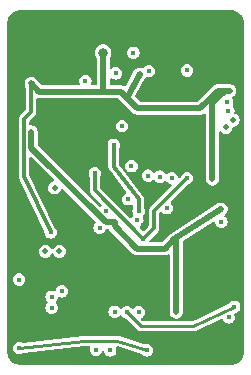
<source format=gbr>
%TF.GenerationSoftware,KiCad,Pcbnew,8.0.0*%
%TF.CreationDate,2024-03-06T14:13:33+03:00*%
%TF.ProjectId,micro17,6d696372-6f31-4372-9e6b-696361645f70,rev?*%
%TF.SameCoordinates,Original*%
%TF.FileFunction,Copper,L2,Inr*%
%TF.FilePolarity,Positive*%
%FSLAX46Y46*%
G04 Gerber Fmt 4.6, Leading zero omitted, Abs format (unit mm)*
G04 Created by KiCad (PCBNEW 8.0.0) date 2024-03-06 14:13:33*
%MOMM*%
%LPD*%
G01*
G04 APERTURE LIST*
%TA.AperFunction,ViaPad*%
%ADD10C,0.500000*%
%TD*%
%TA.AperFunction,ViaPad*%
%ADD11C,0.450000*%
%TD*%
%TA.AperFunction,ViaPad*%
%ADD12C,0.800000*%
%TD*%
%TA.AperFunction,Conductor*%
%ADD13C,0.500000*%
%TD*%
%TA.AperFunction,Conductor*%
%ADD14C,0.300000*%
%TD*%
%TA.AperFunction,Conductor*%
%ADD15C,0.250000*%
%TD*%
G04 APERTURE END LIST*
D10*
%TO.N,GND*%
X185000000Y-51000000D03*
X185000000Y-53000000D03*
D11*
X182400000Y-79720108D03*
D10*
X180600000Y-61000000D03*
D11*
X188500000Y-57700000D03*
D10*
X199400000Y-52072500D03*
X181000000Y-51000000D03*
D11*
X192000000Y-57500000D03*
X197300000Y-72000000D03*
D10*
X180600000Y-63000000D03*
D11*
X194000000Y-61500000D03*
D10*
X181000000Y-55000000D03*
D11*
X186500000Y-79300000D03*
D10*
X180750000Y-70000000D03*
D11*
X199700000Y-58800000D03*
X199750000Y-68000000D03*
X192000000Y-59500000D03*
D10*
X199100000Y-79100000D03*
D11*
X191000000Y-71900000D03*
D10*
X185500000Y-55000000D03*
D11*
X182800000Y-65200000D03*
X199500000Y-66300000D03*
X194000000Y-57300000D03*
D10*
X188600000Y-69400000D03*
X181000000Y-74400000D03*
X180600000Y-59000000D03*
D11*
X197800000Y-78400000D03*
D10*
X180700000Y-68500000D03*
D12*
X184900000Y-60700000D03*
D11*
X196200000Y-78800000D03*
X189750000Y-79750000D03*
X189100000Y-64500000D03*
X186100000Y-68400000D03*
X182960000Y-60300000D03*
X187250000Y-79750000D03*
X196000000Y-59500000D03*
X185600000Y-59500000D03*
X196000000Y-61500000D03*
D10*
X198280000Y-53600000D03*
D11*
X190300000Y-55300000D03*
X191507567Y-68206053D03*
D10*
X197800000Y-65900000D03*
D11*
X192000000Y-61500000D03*
D10*
X183960000Y-61000000D03*
D11*
X199500000Y-76250000D03*
X198800000Y-54600000D03*
D10*
X182400000Y-76000000D03*
X183000000Y-73000000D03*
D11*
X199500000Y-65300000D03*
D10*
X181000000Y-53000000D03*
X182400000Y-70400000D03*
X183000000Y-53000000D03*
D11*
X193250000Y-79500000D03*
D10*
X180600000Y-57000000D03*
X197100000Y-72900000D03*
D11*
X194800000Y-65900000D03*
D10*
X183000000Y-51000000D03*
X180600000Y-65000000D03*
X186500000Y-55000000D03*
D11*
X196250000Y-75750000D03*
%TO.N,+3V3*%
X191200000Y-55400000D03*
X198820000Y-56800000D03*
D10*
X182000000Y-56200000D03*
X197350000Y-64290000D03*
D11*
X183650000Y-68800000D03*
D12*
X188100000Y-53600000D03*
D11*
X183750000Y-74250000D03*
%TO.N,VDDA*%
X195200000Y-64200000D03*
X187400000Y-63800000D03*
X191475000Y-69397760D03*
%TO.N,+5V*%
X198100000Y-66850000D03*
X189067678Y-67967678D03*
X194300000Y-75550000D03*
D10*
X182000000Y-60300000D03*
D11*
%TO.N,Net-(U4B-+)*%
X191000000Y-67800000D03*
X188301409Y-66976409D03*
%TO.N,/MCU/~{RST}*%
X190660000Y-53600000D03*
X189700000Y-59800000D03*
%TO.N,Net-(C16-Pad2)*%
X190200000Y-66000000D03*
X187800000Y-68400000D03*
%TO.N,Net-(U5A-P0A)*%
X183740793Y-75177619D03*
X193501316Y-66750000D03*
%TO.N,Net-(U5B-P1A)*%
X180975000Y-72800000D03*
X198100000Y-67900000D03*
%TO.N,Net-(U5C-P2W)*%
X187500000Y-78725002D03*
X198750000Y-76000000D03*
%TO.N,I2C_SDA*%
X191974992Y-55147670D03*
D10*
X183200000Y-70400000D03*
D11*
%TO.N,PTT_OUT*%
X191900000Y-64000000D03*
%TO.N,AUDIO_OUT_MUTE*%
X189079841Y-75520159D03*
X193900000Y-64200000D03*
%TO.N,BASEBAND_IN_FILT*%
X189000000Y-61400000D03*
X191100000Y-67000000D03*
%TO.N,BASEBAND_OUT*%
X190500000Y-63200000D03*
X184600000Y-73800000D03*
%TO.N,I2C_SCL*%
X195200000Y-55100000D03*
D10*
X184400000Y-70400000D03*
D11*
%TO.N,AUDIO_OUT_FILT*%
X181000000Y-78597151D03*
X191800000Y-78800000D03*
%TO.N,BASEBAND_IN*%
X188700000Y-78800000D03*
%TO.N,BASEBAND_OUT_FILT*%
X191099724Y-75575719D03*
%TO.N,AUDIO_IN*%
X199200000Y-75100000D03*
X190101511Y-75575826D03*
%TO.N,PTT_IN*%
X186600000Y-56000000D03*
D10*
%TO.N,MCU_TX*%
X198500000Y-59900000D03*
%TO.N,MCU_RX*%
X199100000Y-59300000D03*
D11*
%TO.N,BASEBAND_BYPASS*%
X192906587Y-64093413D03*
D10*
%TO.N,+5VD*%
X184000000Y-65037501D03*
D11*
%TO.N,Net-(U1-VBAT)*%
X189150000Y-55350000D03*
%TO.N,USB_DP*%
X198600000Y-57800000D03*
%TO.N,USB_DN*%
X198700000Y-58500000D03*
%TD*%
D13*
%TO.N,+3V3*%
X197350000Y-57850000D02*
X197350000Y-64290000D01*
X190100000Y-57400000D02*
X191200000Y-55400000D01*
X197800000Y-56800000D02*
X196300000Y-58300000D01*
D14*
X181400000Y-59200000D02*
X182000000Y-58600000D01*
D13*
X189600000Y-56900000D02*
X190100000Y-57400000D01*
X198400000Y-56800000D02*
X197350000Y-57850000D01*
X187900000Y-56900000D02*
X188100000Y-56700000D01*
X182700000Y-56900000D02*
X187900000Y-56900000D01*
X191000000Y-58300000D02*
X190100000Y-57400000D01*
X196300000Y-58300000D02*
X191000000Y-58300000D01*
X198820000Y-56800000D02*
X198400000Y-56800000D01*
X187900000Y-56900000D02*
X189600000Y-56900000D01*
X188100000Y-56700000D02*
X188100000Y-53600000D01*
D14*
X183650000Y-68800000D02*
X181400000Y-64000000D01*
D13*
X198820000Y-56800000D02*
X197800000Y-56800000D01*
X182000000Y-56200000D02*
X182700000Y-56900000D01*
D14*
X181400000Y-64000000D02*
X181400000Y-59200000D01*
X182000000Y-58600000D02*
X182000000Y-56200000D01*
%TO.N,VDDA*%
X191475000Y-69397760D02*
X191475000Y-69326472D01*
X192400000Y-67000000D02*
X195200000Y-64200000D01*
X187400000Y-65251472D02*
X187400000Y-63800000D01*
X191475000Y-69326472D02*
X187400000Y-65251472D01*
X191475000Y-69397760D02*
X192400000Y-68472760D01*
X192400000Y-68472760D02*
X192400000Y-67000000D01*
D13*
%TO.N,+5V*%
X189067678Y-67967678D02*
X188338083Y-67967678D01*
X189067678Y-67967678D02*
X189067678Y-68267678D01*
X194300000Y-75550000D02*
X194300000Y-69528248D01*
X188338083Y-67967678D02*
X182000000Y-61629595D01*
X193300000Y-70200000D02*
X194100000Y-69400000D01*
X194171752Y-69400000D02*
X194100000Y-69400000D01*
X198100000Y-66850000D02*
X194100000Y-69400000D01*
X189067678Y-68267678D02*
X191000000Y-70200000D01*
X191000000Y-70200000D02*
X193300000Y-70200000D01*
X194300000Y-69528248D02*
X194171752Y-69400000D01*
X182000000Y-61629595D02*
X182000000Y-60300000D01*
D14*
%TO.N,BASEBAND_IN_FILT*%
X191100000Y-66000000D02*
X191100000Y-67000000D01*
X189000000Y-61400000D02*
X189000000Y-63250000D01*
X189000000Y-63250000D02*
X191100000Y-66000000D01*
D15*
%TO.N,AUDIO_OUT_FILT*%
X189300000Y-78000000D02*
X186500000Y-78000000D01*
X191800000Y-78800000D02*
X189300000Y-78000000D01*
X186500000Y-78000000D02*
X181000000Y-78597151D01*
%TO.N,AUDIO_IN*%
X195750000Y-76750000D02*
X199200000Y-75100000D01*
X190101511Y-75575826D02*
X191275685Y-76750000D01*
X191275685Y-76750000D02*
X195750000Y-76750000D01*
%TD*%
%TA.AperFunction,Conductor*%
%TO.N,GND*%
G36*
X198975829Y-50000002D02*
G01*
X198976531Y-50000006D01*
X198999418Y-50000146D01*
X199000525Y-50000159D01*
X199024479Y-50000599D01*
X199024500Y-50000600D01*
X199046812Y-50001147D01*
X199051434Y-50001359D01*
X199093355Y-50004191D01*
X199102646Y-50005222D01*
X199144141Y-50011636D01*
X199148714Y-50012444D01*
X199192022Y-50021059D01*
X199197191Y-50022219D01*
X199284397Y-50044063D01*
X199294633Y-50047168D01*
X199376725Y-50076542D01*
X199386585Y-50080626D01*
X199465425Y-50117914D01*
X199474850Y-50122953D01*
X199549641Y-50167781D01*
X199558535Y-50173723D01*
X199628569Y-50225663D01*
X199636825Y-50232439D01*
X199701453Y-50291014D01*
X199708985Y-50298546D01*
X199767558Y-50363171D01*
X199774336Y-50371430D01*
X199826276Y-50441463D01*
X199832217Y-50450355D01*
X199877050Y-50525154D01*
X199882086Y-50534575D01*
X199919370Y-50613407D01*
X199923463Y-50623289D01*
X199952830Y-50705365D01*
X199955936Y-50715602D01*
X199977777Y-50802798D01*
X199978949Y-50808017D01*
X199987549Y-50851252D01*
X199988363Y-50855863D01*
X199994776Y-50897343D01*
X199995808Y-50906648D01*
X199998639Y-50948543D01*
X199998854Y-50953226D01*
X199999388Y-50975054D01*
X199999403Y-50975715D01*
X199999838Y-50999361D01*
X199999854Y-51000697D01*
X199999998Y-51024166D01*
X200000000Y-51024835D01*
X200000000Y-78975164D01*
X199999998Y-78975833D01*
X199999854Y-78999302D01*
X199999838Y-79000638D01*
X199999403Y-79024284D01*
X199999388Y-79024945D01*
X199998854Y-79046773D01*
X199998639Y-79051456D01*
X199995808Y-79093351D01*
X199994776Y-79102656D01*
X199988363Y-79144136D01*
X199987549Y-79148747D01*
X199978949Y-79191982D01*
X199977777Y-79197201D01*
X199955936Y-79284397D01*
X199952830Y-79294634D01*
X199923463Y-79376710D01*
X199919370Y-79386593D01*
X199882089Y-79465417D01*
X199877046Y-79474850D01*
X199832218Y-79549641D01*
X199826276Y-79558535D01*
X199774336Y-79628569D01*
X199767550Y-79636838D01*
X199709001Y-79701437D01*
X199701442Y-79708995D01*
X199636838Y-79767550D01*
X199628569Y-79774336D01*
X199558535Y-79826276D01*
X199549641Y-79832218D01*
X199474850Y-79877046D01*
X199465417Y-79882089D01*
X199386593Y-79919370D01*
X199376710Y-79923463D01*
X199294634Y-79952830D01*
X199284397Y-79955936D01*
X199197201Y-79977777D01*
X199191982Y-79978949D01*
X199148747Y-79987549D01*
X199144136Y-79988363D01*
X199102656Y-79994776D01*
X199093351Y-79995808D01*
X199051456Y-79998639D01*
X199046773Y-79998854D01*
X199024945Y-79999388D01*
X199024284Y-79999403D01*
X199000638Y-79999838D01*
X198999302Y-79999854D01*
X198976596Y-79999993D01*
X198975831Y-79999998D01*
X198975165Y-80000000D01*
X181024835Y-80000000D01*
X181024168Y-79999998D01*
X181023385Y-79999993D01*
X181000697Y-79999854D01*
X180999361Y-79999838D01*
X180975715Y-79999403D01*
X180975054Y-79999388D01*
X180953226Y-79998854D01*
X180948543Y-79998639D01*
X180906648Y-79995808D01*
X180897343Y-79994776D01*
X180855863Y-79988363D01*
X180851252Y-79987549D01*
X180840735Y-79985457D01*
X180808007Y-79978946D01*
X180802798Y-79977777D01*
X180715602Y-79955936D01*
X180705365Y-79952830D01*
X180623289Y-79923463D01*
X180613411Y-79919372D01*
X180534582Y-79882089D01*
X180525149Y-79877047D01*
X180450361Y-79832221D01*
X180441468Y-79826278D01*
X180371431Y-79774336D01*
X180363171Y-79767558D01*
X180298546Y-79708985D01*
X180291014Y-79701453D01*
X180232439Y-79636825D01*
X180225663Y-79628569D01*
X180173723Y-79558535D01*
X180167781Y-79549641D01*
X180122953Y-79474850D01*
X180117914Y-79465425D01*
X180080626Y-79386585D01*
X180076541Y-79376721D01*
X180047168Y-79294630D01*
X180044062Y-79284393D01*
X180037707Y-79259023D01*
X180022219Y-79197191D01*
X180021059Y-79192022D01*
X180012444Y-79148714D01*
X180011636Y-79144136D01*
X180009016Y-79127186D01*
X180005222Y-79102646D01*
X180004191Y-79093355D01*
X180001359Y-79051434D01*
X180001147Y-79046812D01*
X180000600Y-79024487D01*
X180000159Y-79000525D01*
X180000146Y-78999418D01*
X180000002Y-78975828D01*
X180000000Y-78975164D01*
X180000000Y-78597153D01*
X180469965Y-78597153D01*
X180488024Y-78734329D01*
X180488026Y-78734336D01*
X180540974Y-78862165D01*
X180540976Y-78862169D01*
X180598538Y-78937185D01*
X180625209Y-78971942D01*
X180734982Y-79056175D01*
X180798899Y-79082650D01*
X180862814Y-79109124D01*
X180862821Y-79109126D01*
X180999997Y-79127186D01*
X181000000Y-79127186D01*
X181000003Y-79127186D01*
X181137178Y-79109126D01*
X181137180Y-79109125D01*
X181137183Y-79109125D01*
X181265018Y-79056175D01*
X181331561Y-79005113D01*
X181386149Y-78983225D01*
X186517168Y-78426137D01*
X186528933Y-78425500D01*
X186892131Y-78425500D01*
X186956200Y-78446317D01*
X186995796Y-78500817D01*
X186995796Y-78568183D01*
X186992833Y-78576214D01*
X186988026Y-78587816D01*
X186988024Y-78587823D01*
X186969965Y-78724999D01*
X186969965Y-78725004D01*
X186988024Y-78862180D01*
X186988026Y-78862187D01*
X187040974Y-78990016D01*
X187040976Y-78990020D01*
X187120265Y-79093351D01*
X187125209Y-79099793D01*
X187125213Y-79099796D01*
X187125214Y-79099797D01*
X187137372Y-79109126D01*
X187234982Y-79184026D01*
X187266766Y-79197191D01*
X187362814Y-79236975D01*
X187362821Y-79236977D01*
X187499997Y-79255037D01*
X187500000Y-79255037D01*
X187500003Y-79255037D01*
X187637178Y-79236977D01*
X187637180Y-79236976D01*
X187637183Y-79236976D01*
X187765018Y-79184026D01*
X187874791Y-79099793D01*
X187959024Y-78990020D01*
X187983791Y-78930225D01*
X188027539Y-78879002D01*
X188093043Y-78863275D01*
X188155281Y-78889054D01*
X188182312Y-78931817D01*
X188185292Y-78930583D01*
X188240974Y-79065014D01*
X188240976Y-79065018D01*
X188297183Y-79138268D01*
X188325209Y-79174791D01*
X188325213Y-79174794D01*
X188325214Y-79174795D01*
X188354401Y-79197191D01*
X188434982Y-79259024D01*
X188496229Y-79284393D01*
X188562814Y-79311973D01*
X188562821Y-79311975D01*
X188699997Y-79330035D01*
X188700000Y-79330035D01*
X188700003Y-79330035D01*
X188837178Y-79311975D01*
X188837180Y-79311974D01*
X188837183Y-79311974D01*
X188965018Y-79259024D01*
X189074791Y-79174791D01*
X189159024Y-79065018D01*
X189211974Y-78937183D01*
X189212681Y-78931817D01*
X189230035Y-78800002D01*
X189230035Y-78799997D01*
X189211975Y-78662821D01*
X189211973Y-78662814D01*
X189185306Y-78598434D01*
X189180021Y-78531276D01*
X189215219Y-78473838D01*
X189277457Y-78448058D01*
X189319227Y-78452907D01*
X191343931Y-79100811D01*
X191397183Y-79138268D01*
X191425209Y-79174791D01*
X191425213Y-79174794D01*
X191425214Y-79174795D01*
X191454401Y-79197191D01*
X191534982Y-79259024D01*
X191596229Y-79284393D01*
X191662814Y-79311973D01*
X191662821Y-79311975D01*
X191799997Y-79330035D01*
X191800000Y-79330035D01*
X191800003Y-79330035D01*
X191937178Y-79311975D01*
X191937180Y-79311974D01*
X191937183Y-79311974D01*
X192065018Y-79259024D01*
X192174791Y-79174791D01*
X192259024Y-79065018D01*
X192311974Y-78937183D01*
X192312681Y-78931817D01*
X192330035Y-78800002D01*
X192330035Y-78799997D01*
X192311975Y-78662821D01*
X192311973Y-78662814D01*
X192259023Y-78534981D01*
X192174795Y-78425214D01*
X192174794Y-78425213D01*
X192174791Y-78425209D01*
X192174786Y-78425205D01*
X192174785Y-78425204D01*
X192065018Y-78340976D01*
X192065014Y-78340974D01*
X191937185Y-78288026D01*
X191937178Y-78288024D01*
X191800003Y-78269965D01*
X191799997Y-78269965D01*
X191662817Y-78288025D01*
X191657482Y-78289455D01*
X191596055Y-78287982D01*
X189484338Y-77612234D01*
X189469862Y-77605826D01*
X189464239Y-77603497D01*
X189422483Y-77592309D01*
X189417472Y-77590837D01*
X189376331Y-77577671D01*
X189370344Y-77576589D01*
X189362007Y-77575288D01*
X189356022Y-77574500D01*
X189356018Y-77574500D01*
X189312798Y-77574500D01*
X189307579Y-77574375D01*
X189264418Y-77572305D01*
X189258350Y-77572810D01*
X189242618Y-77574500D01*
X186541147Y-77574500D01*
X186524466Y-77573216D01*
X186518583Y-77572305D01*
X186509763Y-77570939D01*
X186509762Y-77570939D01*
X186482832Y-77573863D01*
X186471067Y-77574500D01*
X186443980Y-77574500D01*
X186429607Y-77578350D01*
X186413170Y-77581425D01*
X181297037Y-78136899D01*
X181243560Y-78129239D01*
X181137185Y-78085177D01*
X181137178Y-78085175D01*
X181000003Y-78067116D01*
X180999997Y-78067116D01*
X180862821Y-78085175D01*
X180862814Y-78085177D01*
X180734981Y-78138127D01*
X180625214Y-78222355D01*
X180625204Y-78222365D01*
X180540976Y-78332132D01*
X180488026Y-78459965D01*
X180488024Y-78459972D01*
X180469965Y-78597148D01*
X180469965Y-78597153D01*
X180000000Y-78597153D01*
X180000000Y-75177621D01*
X183210758Y-75177621D01*
X183228817Y-75314797D01*
X183228819Y-75314804D01*
X183281767Y-75442633D01*
X183281769Y-75442637D01*
X183341254Y-75520159D01*
X183366002Y-75552410D01*
X183366006Y-75552413D01*
X183366007Y-75552414D01*
X183396378Y-75575719D01*
X183475775Y-75636643D01*
X183525736Y-75657337D01*
X183603607Y-75689592D01*
X183603614Y-75689594D01*
X183740790Y-75707654D01*
X183740793Y-75707654D01*
X183740796Y-75707654D01*
X183877971Y-75689594D01*
X183877973Y-75689593D01*
X183877976Y-75689593D01*
X184005811Y-75636643D01*
X184115584Y-75552410D01*
X184140330Y-75520161D01*
X188549806Y-75520161D01*
X188567865Y-75657337D01*
X188567867Y-75657344D01*
X188620815Y-75785173D01*
X188620817Y-75785177D01*
X188699728Y-75888015D01*
X188705050Y-75894950D01*
X188814823Y-75979183D01*
X188878740Y-76005658D01*
X188942655Y-76032132D01*
X188942662Y-76032134D01*
X189079838Y-76050194D01*
X189079841Y-76050194D01*
X189079844Y-76050194D01*
X189217019Y-76032134D01*
X189217021Y-76032133D01*
X189217024Y-76032133D01*
X189344859Y-75979183D01*
X189454632Y-75894950D01*
X189482844Y-75858183D01*
X189538360Y-75820029D01*
X189605703Y-75821792D01*
X189655792Y-75858183D01*
X189726720Y-75950617D01*
X189836493Y-76034850D01*
X189964328Y-76087800D01*
X189982239Y-76090158D01*
X190043041Y-76119157D01*
X190045087Y-76121150D01*
X190935200Y-77011263D01*
X190935199Y-77011263D01*
X191014421Y-77090485D01*
X191080884Y-77128857D01*
X191111448Y-77146503D01*
X191219667Y-77175500D01*
X195729274Y-77175500D01*
X195737710Y-77175826D01*
X195772910Y-77178560D01*
X195779422Y-77177345D01*
X195799397Y-77175500D01*
X195806016Y-77175500D01*
X195806018Y-77175500D01*
X195840122Y-77166361D01*
X195848340Y-77164497D01*
X195883049Y-77158027D01*
X195889014Y-77155173D01*
X195907844Y-77148215D01*
X195914237Y-77146503D01*
X195944800Y-77128857D01*
X195952273Y-77124919D01*
X198097840Y-76098778D01*
X198164620Y-76089916D01*
X198223855Y-76121999D01*
X198245571Y-76155400D01*
X198290974Y-76265014D01*
X198290976Y-76265018D01*
X198328433Y-76313833D01*
X198375209Y-76374791D01*
X198484982Y-76459024D01*
X198548899Y-76485499D01*
X198612814Y-76511973D01*
X198612821Y-76511975D01*
X198749997Y-76530035D01*
X198750000Y-76530035D01*
X198750003Y-76530035D01*
X198887178Y-76511975D01*
X198887180Y-76511974D01*
X198887183Y-76511974D01*
X199015018Y-76459024D01*
X199124791Y-76374791D01*
X199209024Y-76265018D01*
X199261974Y-76137183D01*
X199264348Y-76119157D01*
X199280035Y-76000002D01*
X199280035Y-75999997D01*
X199261975Y-75862821D01*
X199261974Y-75862817D01*
X199260055Y-75858184D01*
X199221693Y-75765570D01*
X199216409Y-75698416D01*
X199251607Y-75640977D01*
X199308167Y-75615794D01*
X199337183Y-75611974D01*
X199465018Y-75559024D01*
X199574791Y-75474791D01*
X199659024Y-75365018D01*
X199711974Y-75237183D01*
X199716733Y-75201040D01*
X199730035Y-75100002D01*
X199730035Y-75099997D01*
X199711975Y-74962821D01*
X199711973Y-74962814D01*
X199659023Y-74834981D01*
X199574795Y-74725214D01*
X199574794Y-74725213D01*
X199574791Y-74725209D01*
X199574786Y-74725205D01*
X199574785Y-74725204D01*
X199465018Y-74640976D01*
X199465014Y-74640974D01*
X199337185Y-74588026D01*
X199337178Y-74588024D01*
X199200003Y-74569965D01*
X199199997Y-74569965D01*
X199062821Y-74588024D01*
X199062814Y-74588026D01*
X198934981Y-74640976D01*
X198825214Y-74725204D01*
X198825207Y-74725211D01*
X198741244Y-74834633D01*
X198701798Y-74866610D01*
X196264800Y-76032132D01*
X195697012Y-76303683D01*
X195675789Y-76313833D01*
X195628760Y-76324500D01*
X191497083Y-76324500D01*
X191433014Y-76303683D01*
X191420008Y-76292575D01*
X191336766Y-76209333D01*
X191306183Y-76149309D01*
X191316721Y-76082773D01*
X191359337Y-76037864D01*
X191364740Y-76034744D01*
X191364740Y-76034743D01*
X191364742Y-76034743D01*
X191474515Y-75950510D01*
X191558748Y-75840737D01*
X191611698Y-75712902D01*
X191613606Y-75698416D01*
X191629759Y-75575721D01*
X191629759Y-75575716D01*
X191611699Y-75438540D01*
X191611697Y-75438533D01*
X191558747Y-75310700D01*
X191474519Y-75200933D01*
X191474518Y-75200932D01*
X191474515Y-75200928D01*
X191474510Y-75200924D01*
X191474509Y-75200923D01*
X191364742Y-75116695D01*
X191364738Y-75116693D01*
X191236909Y-75063745D01*
X191236902Y-75063743D01*
X191099727Y-75045684D01*
X191099721Y-75045684D01*
X190962545Y-75063743D01*
X190962538Y-75063745D01*
X190834705Y-75116695D01*
X190724938Y-75200923D01*
X190724931Y-75200930D01*
X190687051Y-75250296D01*
X190631532Y-75288452D01*
X190564190Y-75286687D01*
X190514101Y-75250295D01*
X190476306Y-75201040D01*
X190476305Y-75201039D01*
X190476302Y-75201035D01*
X190476297Y-75201031D01*
X190476296Y-75201030D01*
X190366529Y-75116802D01*
X190366525Y-75116800D01*
X190238696Y-75063852D01*
X190238689Y-75063850D01*
X190101514Y-75045791D01*
X190101508Y-75045791D01*
X189964332Y-75063850D01*
X189964325Y-75063852D01*
X189836492Y-75116802D01*
X189726725Y-75201030D01*
X189726718Y-75201037D01*
X189698508Y-75237801D01*
X189642989Y-75275957D01*
X189575647Y-75274192D01*
X189525558Y-75237800D01*
X189454636Y-75145373D01*
X189454635Y-75145372D01*
X189454632Y-75145368D01*
X189454627Y-75145364D01*
X189454626Y-75145363D01*
X189344859Y-75061135D01*
X189344855Y-75061133D01*
X189217026Y-75008185D01*
X189217019Y-75008183D01*
X189079844Y-74990124D01*
X189079838Y-74990124D01*
X188942662Y-75008183D01*
X188942655Y-75008185D01*
X188814822Y-75061135D01*
X188705055Y-75145363D01*
X188705045Y-75145373D01*
X188620817Y-75255140D01*
X188567867Y-75382973D01*
X188567865Y-75382980D01*
X188549806Y-75520156D01*
X188549806Y-75520161D01*
X184140330Y-75520161D01*
X184199817Y-75442637D01*
X184252767Y-75314802D01*
X184257882Y-75275957D01*
X184270828Y-75177621D01*
X184270828Y-75177616D01*
X184252768Y-75040440D01*
X184252766Y-75040433D01*
X184220618Y-74962821D01*
X184199817Y-74912602D01*
X184199816Y-74912601D01*
X184199816Y-74912600D01*
X184115588Y-74802833D01*
X184115587Y-74802832D01*
X184115584Y-74802828D01*
X184115579Y-74802824D01*
X184110532Y-74797777D01*
X184111827Y-74796481D01*
X184078713Y-74748286D01*
X184080485Y-74680943D01*
X184116875Y-74630864D01*
X184124791Y-74624791D01*
X184209024Y-74515018D01*
X184261974Y-74387183D01*
X184263207Y-74377812D01*
X184292206Y-74317009D01*
X184351407Y-74284863D01*
X184412987Y-74291334D01*
X184462814Y-74311973D01*
X184462821Y-74311975D01*
X184599997Y-74330035D01*
X184600000Y-74330035D01*
X184600003Y-74330035D01*
X184737178Y-74311975D01*
X184737180Y-74311974D01*
X184737183Y-74311974D01*
X184865018Y-74259024D01*
X184974791Y-74174791D01*
X185059024Y-74065018D01*
X185111974Y-73937183D01*
X185120134Y-73875209D01*
X185130035Y-73800002D01*
X185130035Y-73799997D01*
X185111975Y-73662821D01*
X185111973Y-73662814D01*
X185059023Y-73534981D01*
X184974795Y-73425214D01*
X184974794Y-73425213D01*
X184974791Y-73425209D01*
X184974786Y-73425205D01*
X184974785Y-73425204D01*
X184865018Y-73340976D01*
X184865014Y-73340974D01*
X184737185Y-73288026D01*
X184737178Y-73288024D01*
X184600003Y-73269965D01*
X184599997Y-73269965D01*
X184462821Y-73288024D01*
X184462814Y-73288026D01*
X184334981Y-73340976D01*
X184225214Y-73425204D01*
X184225204Y-73425214D01*
X184140976Y-73534981D01*
X184088026Y-73662814D01*
X184088025Y-73662820D01*
X184086791Y-73672193D01*
X184057787Y-73732995D01*
X183998584Y-73765137D01*
X183937013Y-73758665D01*
X183887188Y-73738027D01*
X183887178Y-73738024D01*
X183750003Y-73719965D01*
X183749997Y-73719965D01*
X183612821Y-73738024D01*
X183612814Y-73738026D01*
X183484981Y-73790976D01*
X183375214Y-73875204D01*
X183375204Y-73875214D01*
X183290976Y-73984981D01*
X183238026Y-74112814D01*
X183238024Y-74112821D01*
X183219965Y-74249997D01*
X183219965Y-74250002D01*
X183238024Y-74387178D01*
X183238026Y-74387185D01*
X183290974Y-74515014D01*
X183290976Y-74515018D01*
X183375209Y-74624791D01*
X183375212Y-74624793D01*
X183380261Y-74629842D01*
X183378964Y-74631138D01*
X183412078Y-74679329D01*
X183410309Y-74746671D01*
X183373922Y-74796750D01*
X183366007Y-74802823D01*
X183365997Y-74802833D01*
X183281769Y-74912600D01*
X183228819Y-75040433D01*
X183228817Y-75040440D01*
X183210758Y-75177616D01*
X183210758Y-75177621D01*
X180000000Y-75177621D01*
X180000000Y-72800002D01*
X180444965Y-72800002D01*
X180463024Y-72937178D01*
X180463026Y-72937185D01*
X180515974Y-73065014D01*
X180515976Y-73065018D01*
X180600209Y-73174791D01*
X180709982Y-73259024D01*
X180773899Y-73285499D01*
X180837814Y-73311973D01*
X180837821Y-73311975D01*
X180974997Y-73330035D01*
X180975000Y-73330035D01*
X180975003Y-73330035D01*
X181112178Y-73311975D01*
X181112180Y-73311974D01*
X181112183Y-73311974D01*
X181240018Y-73259024D01*
X181349791Y-73174791D01*
X181434024Y-73065018D01*
X181486974Y-72937183D01*
X181505035Y-72800000D01*
X181486974Y-72662817D01*
X181434024Y-72534983D01*
X181434023Y-72534982D01*
X181434023Y-72534981D01*
X181349795Y-72425214D01*
X181349794Y-72425213D01*
X181349791Y-72425209D01*
X181349786Y-72425205D01*
X181349785Y-72425204D01*
X181240018Y-72340976D01*
X181240014Y-72340974D01*
X181112185Y-72288026D01*
X181112178Y-72288024D01*
X180975003Y-72269965D01*
X180974997Y-72269965D01*
X180837821Y-72288024D01*
X180837814Y-72288026D01*
X180709981Y-72340976D01*
X180600214Y-72425204D01*
X180600204Y-72425214D01*
X180515976Y-72534981D01*
X180463026Y-72662814D01*
X180463024Y-72662821D01*
X180444965Y-72799997D01*
X180444965Y-72800002D01*
X180000000Y-72800002D01*
X180000000Y-70400002D01*
X182644750Y-70400002D01*
X182663668Y-70543704D01*
X182663670Y-70543711D01*
X182719139Y-70677626D01*
X182775057Y-70750499D01*
X182807379Y-70792621D01*
X182807383Y-70792624D01*
X182807384Y-70792625D01*
X182922373Y-70880860D01*
X183056288Y-70936329D01*
X183056295Y-70936331D01*
X183199997Y-70955250D01*
X183200000Y-70955250D01*
X183200003Y-70955250D01*
X183343704Y-70936331D01*
X183343706Y-70936330D01*
X183343709Y-70936330D01*
X183477625Y-70880861D01*
X183592621Y-70792621D01*
X183680861Y-70677625D01*
X183699297Y-70633116D01*
X183743047Y-70581891D01*
X183808551Y-70566164D01*
X183870789Y-70591943D01*
X183900703Y-70633116D01*
X183919139Y-70677626D01*
X183975057Y-70750499D01*
X184007379Y-70792621D01*
X184007383Y-70792624D01*
X184007384Y-70792625D01*
X184122373Y-70880860D01*
X184256288Y-70936329D01*
X184256295Y-70936331D01*
X184399997Y-70955250D01*
X184400000Y-70955250D01*
X184400003Y-70955250D01*
X184543704Y-70936331D01*
X184543706Y-70936330D01*
X184543709Y-70936330D01*
X184677625Y-70880861D01*
X184792621Y-70792621D01*
X184880861Y-70677625D01*
X184936330Y-70543709D01*
X184938264Y-70529025D01*
X184955250Y-70400002D01*
X184955250Y-70399997D01*
X184936331Y-70256295D01*
X184936329Y-70256288D01*
X184880860Y-70122373D01*
X184792625Y-70007384D01*
X184792624Y-70007383D01*
X184792621Y-70007379D01*
X184792616Y-70007375D01*
X184792615Y-70007374D01*
X184677626Y-69919139D01*
X184543711Y-69863670D01*
X184543704Y-69863668D01*
X184400003Y-69844750D01*
X184399997Y-69844750D01*
X184256295Y-69863668D01*
X184256288Y-69863670D01*
X184122373Y-69919139D01*
X184007384Y-70007374D01*
X184007374Y-70007384D01*
X183919139Y-70122373D01*
X183900703Y-70166883D01*
X183856952Y-70218109D01*
X183791448Y-70233835D01*
X183729210Y-70208055D01*
X183699297Y-70166883D01*
X183680860Y-70122373D01*
X183592625Y-70007384D01*
X183592624Y-70007383D01*
X183592621Y-70007379D01*
X183592616Y-70007375D01*
X183592615Y-70007374D01*
X183477626Y-69919139D01*
X183343711Y-69863670D01*
X183343704Y-69863668D01*
X183200003Y-69844750D01*
X183199997Y-69844750D01*
X183056295Y-69863668D01*
X183056288Y-69863670D01*
X182922373Y-69919139D01*
X182807384Y-70007374D01*
X182807374Y-70007384D01*
X182719139Y-70122373D01*
X182663670Y-70256288D01*
X182663668Y-70256295D01*
X182644750Y-70399997D01*
X182644750Y-70400002D01*
X180000000Y-70400002D01*
X180000000Y-64020731D01*
X180946086Y-64020731D01*
X180947806Y-64030371D01*
X180949500Y-64049515D01*
X180949500Y-64059309D01*
X180958671Y-64093538D01*
X180960690Y-64102603D01*
X180966916Y-64137499D01*
X180966918Y-64137506D01*
X180971077Y-64146379D01*
X180977665Y-64164424D01*
X180980200Y-64173885D01*
X180980201Y-64173887D01*
X180997917Y-64204570D01*
X181002216Y-64212808D01*
X181270331Y-64784788D01*
X183113555Y-68717001D01*
X183122928Y-68777488D01*
X183119965Y-68799999D01*
X183119965Y-68800003D01*
X183138024Y-68937178D01*
X183138026Y-68937185D01*
X183172726Y-69020958D01*
X183190976Y-69065018D01*
X183275209Y-69174791D01*
X183384982Y-69259024D01*
X183448899Y-69285499D01*
X183512814Y-69311973D01*
X183512821Y-69311975D01*
X183649997Y-69330035D01*
X183650000Y-69330035D01*
X183650003Y-69330035D01*
X183787178Y-69311975D01*
X183787180Y-69311974D01*
X183787183Y-69311974D01*
X183915018Y-69259024D01*
X184024791Y-69174791D01*
X184109024Y-69065018D01*
X184161974Y-68937183D01*
X184163013Y-68929297D01*
X184180035Y-68800002D01*
X184180035Y-68799997D01*
X184161975Y-68662821D01*
X184161973Y-68662814D01*
X184109023Y-68534981D01*
X184024790Y-68425207D01*
X184024787Y-68425204D01*
X183963185Y-68377934D01*
X183930846Y-68337723D01*
X181860805Y-63921635D01*
X181850500Y-63875372D01*
X181850500Y-62521770D01*
X181871317Y-62457701D01*
X181925817Y-62418105D01*
X181993183Y-62418105D01*
X182036575Y-62444695D01*
X183909520Y-64317640D01*
X183940103Y-64377664D01*
X183929565Y-64444200D01*
X183881930Y-64491835D01*
X183860659Y-64500000D01*
X183856292Y-64501170D01*
X183722373Y-64556640D01*
X183607384Y-64644875D01*
X183607374Y-64644885D01*
X183519139Y-64759874D01*
X183463670Y-64893789D01*
X183463668Y-64893796D01*
X183444750Y-65037498D01*
X183444750Y-65037503D01*
X183463668Y-65181205D01*
X183463670Y-65181212D01*
X183519139Y-65315127D01*
X183607374Y-65430116D01*
X183607379Y-65430122D01*
X183607383Y-65430125D01*
X183607384Y-65430126D01*
X183722373Y-65518361D01*
X183722374Y-65518361D01*
X183722375Y-65518362D01*
X183745851Y-65528086D01*
X183856288Y-65573830D01*
X183856295Y-65573832D01*
X183999997Y-65592751D01*
X184000000Y-65592751D01*
X184000003Y-65592751D01*
X184143704Y-65573832D01*
X184143706Y-65573831D01*
X184143709Y-65573831D01*
X184277625Y-65518362D01*
X184392621Y-65430122D01*
X184480861Y-65315126D01*
X184536330Y-65181210D01*
X184536331Y-65181201D01*
X184537497Y-65176852D01*
X184574182Y-65120352D01*
X184637072Y-65096205D01*
X184702143Y-65113635D01*
X184719860Y-65127980D01*
X187445892Y-67854012D01*
X187476475Y-67914036D01*
X187465937Y-67980572D01*
X187435179Y-68017557D01*
X187425215Y-68025203D01*
X187425204Y-68025214D01*
X187340976Y-68134981D01*
X187288026Y-68262814D01*
X187288024Y-68262821D01*
X187269965Y-68399997D01*
X187269965Y-68400002D01*
X187288024Y-68537178D01*
X187288026Y-68537185D01*
X187340974Y-68665014D01*
X187340976Y-68665018D01*
X187405704Y-68749373D01*
X187425209Y-68774791D01*
X187425213Y-68774794D01*
X187425214Y-68774795D01*
X187458064Y-68800002D01*
X187534982Y-68859024D01*
X187598899Y-68885499D01*
X187662814Y-68911973D01*
X187662821Y-68911975D01*
X187799997Y-68930035D01*
X187800000Y-68930035D01*
X187800003Y-68930035D01*
X187937178Y-68911975D01*
X187937180Y-68911974D01*
X187937183Y-68911974D01*
X188065018Y-68859024D01*
X188174791Y-68774791D01*
X188259024Y-68665018D01*
X188291975Y-68585466D01*
X188335725Y-68534241D01*
X188392678Y-68518178D01*
X188410557Y-68518178D01*
X188513710Y-68518178D01*
X188577779Y-68538995D01*
X188608107Y-68572679D01*
X188627166Y-68605691D01*
X188627167Y-68605692D01*
X188627168Y-68605693D01*
X190661985Y-70640510D01*
X190787515Y-70712984D01*
X190927525Y-70750500D01*
X190927526Y-70750500D01*
X190927527Y-70750500D01*
X193372473Y-70750500D01*
X193372474Y-70750500D01*
X193372475Y-70750500D01*
X193512485Y-70712984D01*
X193586001Y-70670539D01*
X193651894Y-70656534D01*
X193713435Y-70683934D01*
X193747118Y-70742275D01*
X193749500Y-70764937D01*
X193749500Y-75622476D01*
X193787016Y-75762485D01*
X193842268Y-75858185D01*
X193859491Y-75888015D01*
X193961985Y-75990509D01*
X194087515Y-76062984D01*
X194227525Y-76100500D01*
X194227527Y-76100500D01*
X194372473Y-76100500D01*
X194372475Y-76100500D01*
X194512485Y-76062984D01*
X194638015Y-75990509D01*
X194740509Y-75888015D01*
X194812984Y-75762485D01*
X194850500Y-75622475D01*
X194850500Y-69634182D01*
X194871317Y-69570113D01*
X194900906Y-69542270D01*
X197418447Y-67937337D01*
X197483661Y-67920451D01*
X197546347Y-67945122D01*
X197582560Y-68001926D01*
X197585107Y-68015019D01*
X197588025Y-68037179D01*
X197588026Y-68037185D01*
X197640974Y-68165014D01*
X197640976Y-68165018D01*
X197717482Y-68264722D01*
X197725209Y-68274791D01*
X197834982Y-68359024D01*
X197841612Y-68361770D01*
X197962814Y-68411973D01*
X197962821Y-68411975D01*
X198099997Y-68430035D01*
X198100000Y-68430035D01*
X198100003Y-68430035D01*
X198237178Y-68411975D01*
X198237180Y-68411974D01*
X198237183Y-68411974D01*
X198365018Y-68359024D01*
X198474791Y-68274791D01*
X198559024Y-68165018D01*
X198611974Y-68037183D01*
X198613551Y-68025209D01*
X198630035Y-67900002D01*
X198630035Y-67899997D01*
X198611975Y-67762821D01*
X198611973Y-67762814D01*
X198559023Y-67634981D01*
X198474795Y-67525214D01*
X198474794Y-67525213D01*
X198474791Y-67525209D01*
X198412254Y-67477222D01*
X198374099Y-67421705D01*
X198375863Y-67354362D01*
X198416874Y-67300918D01*
X198419960Y-67298873D01*
X198457038Y-67275237D01*
X198554931Y-67168339D01*
X198621822Y-67039747D01*
X198653152Y-66898225D01*
X198646785Y-66753415D01*
X198640794Y-66734435D01*
X198603157Y-66615191D01*
X198603156Y-66615190D01*
X198603156Y-66615188D01*
X198525237Y-66492962D01*
X198418339Y-66395069D01*
X198289747Y-66328178D01*
X198289743Y-66328177D01*
X198148226Y-66296847D01*
X198003412Y-66303215D01*
X198003411Y-66303215D01*
X197865191Y-66346842D01*
X193816288Y-68928015D01*
X193812196Y-68930498D01*
X193761987Y-68959487D01*
X193761983Y-68959490D01*
X193761728Y-68959746D01*
X193743265Y-68974569D01*
X193742965Y-68974760D01*
X193742964Y-68974760D01*
X193703825Y-69017499D01*
X193700515Y-69020958D01*
X193103900Y-69617575D01*
X193043877Y-69648158D01*
X193026825Y-69649500D01*
X192123512Y-69649500D01*
X192059443Y-69628683D01*
X192019847Y-69574183D01*
X192019847Y-69506817D01*
X192046437Y-69463425D01*
X192335077Y-69174785D01*
X192760490Y-68749373D01*
X192819799Y-68646646D01*
X192830772Y-68605693D01*
X192850500Y-68532069D01*
X192850500Y-67231751D01*
X192871317Y-67167682D01*
X192882420Y-67154682D01*
X192945634Y-67091468D01*
X193005654Y-67060886D01*
X193072190Y-67071424D01*
X193109180Y-67102187D01*
X193126525Y-67124791D01*
X193236298Y-67209024D01*
X193291167Y-67231751D01*
X193364130Y-67261973D01*
X193364137Y-67261975D01*
X193501313Y-67280035D01*
X193501316Y-67280035D01*
X193501319Y-67280035D01*
X193638494Y-67261975D01*
X193638496Y-67261974D01*
X193638499Y-67261974D01*
X193766334Y-67209024D01*
X193876107Y-67124791D01*
X193960340Y-67015018D01*
X194013290Y-66887183D01*
X194016498Y-66862821D01*
X194031351Y-66750002D01*
X194031351Y-66749997D01*
X194013291Y-66612821D01*
X194013289Y-66612814D01*
X193971520Y-66511974D01*
X193960340Y-66484983D01*
X193960339Y-66484982D01*
X193960339Y-66484981D01*
X193876111Y-66375214D01*
X193876110Y-66375213D01*
X193876107Y-66375209D01*
X193853505Y-66357865D01*
X193815349Y-66302349D01*
X193817112Y-66235007D01*
X193842783Y-66194318D01*
X195301277Y-64735824D01*
X195336638Y-64712199D01*
X195337180Y-64711974D01*
X195337183Y-64711974D01*
X195465018Y-64659024D01*
X195574791Y-64574791D01*
X195659024Y-64465018D01*
X195711974Y-64337183D01*
X195718187Y-64289997D01*
X195730035Y-64200002D01*
X195730035Y-64199997D01*
X195711975Y-64062821D01*
X195711973Y-64062814D01*
X195659023Y-63934981D01*
X195574795Y-63825214D01*
X195574794Y-63825213D01*
X195574791Y-63825209D01*
X195574786Y-63825205D01*
X195574785Y-63825204D01*
X195465018Y-63740976D01*
X195465014Y-63740974D01*
X195337185Y-63688026D01*
X195337178Y-63688024D01*
X195200003Y-63669965D01*
X195199997Y-63669965D01*
X195062821Y-63688024D01*
X195062814Y-63688026D01*
X194934981Y-63740976D01*
X194825214Y-63825204D01*
X194825204Y-63825214D01*
X194740977Y-63934980D01*
X194687800Y-64063361D01*
X194664172Y-64098723D01*
X194601783Y-64161112D01*
X194541759Y-64191695D01*
X194475223Y-64181157D01*
X194427588Y-64133522D01*
X194416641Y-64098268D01*
X194411974Y-64062817D01*
X194359024Y-63934983D01*
X194359023Y-63934982D01*
X194359023Y-63934981D01*
X194274795Y-63825214D01*
X194274794Y-63825213D01*
X194274791Y-63825209D01*
X194274786Y-63825205D01*
X194274785Y-63825204D01*
X194165018Y-63740976D01*
X194165014Y-63740974D01*
X194037185Y-63688026D01*
X194037178Y-63688024D01*
X193900003Y-63669965D01*
X193899997Y-63669965D01*
X193762821Y-63688024D01*
X193762814Y-63688026D01*
X193634981Y-63740976D01*
X193525207Y-63825209D01*
X193521402Y-63829015D01*
X193461377Y-63859595D01*
X193394842Y-63849053D01*
X193357857Y-63818291D01*
X193343819Y-63799997D01*
X193281378Y-63718622D01*
X193281373Y-63718618D01*
X193281372Y-63718617D01*
X193171605Y-63634389D01*
X193171601Y-63634387D01*
X193043772Y-63581439D01*
X193043765Y-63581437D01*
X192906590Y-63563378D01*
X192906584Y-63563378D01*
X192769408Y-63581437D01*
X192769401Y-63581439D01*
X192641568Y-63634389D01*
X192531801Y-63718617D01*
X192531791Y-63718627D01*
X192525606Y-63726688D01*
X192470087Y-63764843D01*
X192402744Y-63763077D01*
X192352658Y-63726686D01*
X192300738Y-63659024D01*
X192274791Y-63625209D01*
X192274786Y-63625205D01*
X192274785Y-63625204D01*
X192165018Y-63540976D01*
X192165014Y-63540974D01*
X192037185Y-63488026D01*
X192037178Y-63488024D01*
X191900003Y-63469965D01*
X191899997Y-63469965D01*
X191762821Y-63488024D01*
X191762814Y-63488026D01*
X191634981Y-63540976D01*
X191525214Y-63625204D01*
X191525204Y-63625214D01*
X191440976Y-63734981D01*
X191388026Y-63862814D01*
X191388024Y-63862821D01*
X191369965Y-63999997D01*
X191369965Y-64000002D01*
X191388024Y-64137178D01*
X191388026Y-64137185D01*
X191440974Y-64265014D01*
X191440976Y-64265018D01*
X191515761Y-64362479D01*
X191525209Y-64374791D01*
X191634982Y-64459024D01*
X191691058Y-64482251D01*
X191762814Y-64511973D01*
X191762821Y-64511975D01*
X191899997Y-64530035D01*
X191900000Y-64530035D01*
X191900003Y-64530035D01*
X192037178Y-64511975D01*
X192037180Y-64511974D01*
X192037183Y-64511974D01*
X192165018Y-64459024D01*
X192274791Y-64374791D01*
X192280979Y-64366727D01*
X192336497Y-64328571D01*
X192403839Y-64330334D01*
X192453929Y-64366727D01*
X192528881Y-64464406D01*
X192531796Y-64468204D01*
X192531799Y-64468206D01*
X192531801Y-64468208D01*
X192574759Y-64501171D01*
X192641569Y-64552437D01*
X192678227Y-64567621D01*
X192769401Y-64605386D01*
X192769408Y-64605388D01*
X192906584Y-64623448D01*
X192906587Y-64623448D01*
X192906590Y-64623448D01*
X193043765Y-64605388D01*
X193043767Y-64605387D01*
X193043770Y-64605387D01*
X193171605Y-64552437D01*
X193281378Y-64468204D01*
X193281384Y-64468195D01*
X193285175Y-64464406D01*
X193345197Y-64433819D01*
X193411733Y-64444353D01*
X193448727Y-64475119D01*
X193477007Y-64511974D01*
X193519708Y-64567623D01*
X193525209Y-64574791D01*
X193634982Y-64659024D01*
X193691942Y-64682617D01*
X193762814Y-64711973D01*
X193762817Y-64711974D01*
X193798266Y-64716641D01*
X193859067Y-64745642D01*
X193891212Y-64804844D01*
X193882419Y-64871633D01*
X193861112Y-64901783D01*
X192039510Y-66723387D01*
X191980202Y-66826110D01*
X191980201Y-66826113D01*
X191973801Y-66849999D01*
X191973801Y-66850000D01*
X191949500Y-66940689D01*
X191949500Y-68241007D01*
X191928683Y-68305076D01*
X191917575Y-68318082D01*
X191587719Y-68647938D01*
X191527695Y-68678521D01*
X191461159Y-68667983D01*
X191433569Y-68647938D01*
X191224548Y-68438917D01*
X191193965Y-68378893D01*
X191204503Y-68312357D01*
X191252138Y-68264722D01*
X191259900Y-68261143D01*
X191265018Y-68259024D01*
X191374791Y-68174791D01*
X191459024Y-68065018D01*
X191511974Y-67937183D01*
X191515022Y-67914036D01*
X191530035Y-67800002D01*
X191530035Y-67799997D01*
X191511975Y-67662821D01*
X191511973Y-67662814D01*
X191459023Y-67534981D01*
X191453856Y-67528247D01*
X191431367Y-67464746D01*
X191450499Y-67400154D01*
X191469758Y-67379861D01*
X191469739Y-67379842D01*
X191470481Y-67379099D01*
X191473980Y-67375413D01*
X191474791Y-67374791D01*
X191559024Y-67265018D01*
X191611974Y-67137183D01*
X191613606Y-67124791D01*
X191630035Y-67000002D01*
X191630035Y-66999997D01*
X191611975Y-66862821D01*
X191611973Y-66862814D01*
X191558797Y-66734435D01*
X191550500Y-66692723D01*
X191550500Y-66037316D01*
X191551466Y-66022837D01*
X191554385Y-66001057D01*
X191551400Y-65977967D01*
X191550500Y-65963992D01*
X191550500Y-65940692D01*
X191550499Y-65940686D01*
X191544809Y-65919452D01*
X191541993Y-65905211D01*
X191539176Y-65883417D01*
X191530313Y-65861878D01*
X191525828Y-65848614D01*
X191519799Y-65826115D01*
X191519799Y-65826114D01*
X191508805Y-65807073D01*
X191502403Y-65794052D01*
X191494038Y-65773722D01*
X191488199Y-65766076D01*
X191479895Y-65755201D01*
X191472129Y-65743549D01*
X191460489Y-65723387D01*
X191444947Y-65707845D01*
X191435392Y-65696924D01*
X191341394Y-65573832D01*
X189528651Y-63200002D01*
X189969965Y-63200002D01*
X189988024Y-63337178D01*
X189988026Y-63337185D01*
X190034432Y-63449220D01*
X190040976Y-63465018D01*
X190125209Y-63574791D01*
X190234982Y-63659024D01*
X190298899Y-63685499D01*
X190362814Y-63711973D01*
X190362821Y-63711975D01*
X190499997Y-63730035D01*
X190500000Y-63730035D01*
X190500003Y-63730035D01*
X190637178Y-63711975D01*
X190637180Y-63711974D01*
X190637183Y-63711974D01*
X190765018Y-63659024D01*
X190874791Y-63574791D01*
X190959024Y-63465018D01*
X191011974Y-63337183D01*
X191012848Y-63330549D01*
X191030035Y-63200002D01*
X191030035Y-63199997D01*
X191011975Y-63062821D01*
X191011973Y-63062814D01*
X190959023Y-62934981D01*
X190874795Y-62825214D01*
X190874794Y-62825213D01*
X190874791Y-62825209D01*
X190874786Y-62825205D01*
X190874785Y-62825204D01*
X190765018Y-62740976D01*
X190765014Y-62740974D01*
X190637185Y-62688026D01*
X190637178Y-62688024D01*
X190500003Y-62669965D01*
X190499997Y-62669965D01*
X190362821Y-62688024D01*
X190362814Y-62688026D01*
X190234981Y-62740976D01*
X190125214Y-62825204D01*
X190125204Y-62825214D01*
X190040976Y-62934981D01*
X189988026Y-63062814D01*
X189988024Y-63062821D01*
X189969965Y-63199997D01*
X189969965Y-63200002D01*
X189528651Y-63200002D01*
X189472870Y-63126955D01*
X189450531Y-63063401D01*
X189450500Y-63060801D01*
X189450500Y-61707278D01*
X189458797Y-61665566D01*
X189511973Y-61537185D01*
X189511975Y-61537178D01*
X189530035Y-61400002D01*
X189530035Y-61399997D01*
X189511975Y-61262821D01*
X189511973Y-61262814D01*
X189459023Y-61134981D01*
X189374795Y-61025214D01*
X189374794Y-61025213D01*
X189374791Y-61025209D01*
X189374786Y-61025205D01*
X189374785Y-61025204D01*
X189265018Y-60940976D01*
X189265014Y-60940974D01*
X189137185Y-60888026D01*
X189137178Y-60888024D01*
X189000003Y-60869965D01*
X188999997Y-60869965D01*
X188862821Y-60888024D01*
X188862814Y-60888026D01*
X188734981Y-60940976D01*
X188625214Y-61025204D01*
X188625204Y-61025214D01*
X188540976Y-61134981D01*
X188488026Y-61262814D01*
X188488024Y-61262821D01*
X188469965Y-61399997D01*
X188469965Y-61400002D01*
X188488024Y-61537178D01*
X188488026Y-61537185D01*
X188541203Y-61665566D01*
X188549500Y-61707278D01*
X188549500Y-63212683D01*
X188548534Y-63227161D01*
X188545615Y-63248938D01*
X188545615Y-63248947D01*
X188548600Y-63272033D01*
X188549500Y-63286008D01*
X188549500Y-63309306D01*
X188549501Y-63309317D01*
X188555190Y-63330549D01*
X188558004Y-63344780D01*
X188560822Y-63366578D01*
X188560825Y-63366590D01*
X188569687Y-63388127D01*
X188574171Y-63401386D01*
X188580199Y-63423882D01*
X188580200Y-63423884D01*
X188580201Y-63423886D01*
X188580962Y-63425204D01*
X188591194Y-63442927D01*
X188597591Y-63455938D01*
X188605962Y-63476278D01*
X188620101Y-63494793D01*
X188627866Y-63506444D01*
X188639508Y-63526609D01*
X188639509Y-63526610D01*
X188639511Y-63526613D01*
X188647879Y-63534981D01*
X188655052Y-63542154D01*
X188664605Y-63553073D01*
X190037122Y-65350417D01*
X190059461Y-65413971D01*
X190040178Y-65478518D01*
X189992205Y-65517274D01*
X189934980Y-65540977D01*
X189825214Y-65625204D01*
X189825204Y-65625214D01*
X189740976Y-65734981D01*
X189688026Y-65862814D01*
X189688024Y-65862821D01*
X189669965Y-65999997D01*
X189669965Y-66000002D01*
X189688024Y-66137178D01*
X189688026Y-66137185D01*
X189740974Y-66265014D01*
X189740976Y-66265018D01*
X189812222Y-66357867D01*
X189825209Y-66374791D01*
X189934982Y-66459024D01*
X189997649Y-66484981D01*
X190062814Y-66511973D01*
X190062821Y-66511975D01*
X190199997Y-66530035D01*
X190200000Y-66530035D01*
X190200003Y-66530035D01*
X190337178Y-66511975D01*
X190337180Y-66511974D01*
X190337183Y-66511974D01*
X190465018Y-66459024D01*
X190474144Y-66452020D01*
X190537645Y-66429532D01*
X190602237Y-66448664D01*
X190643247Y-66502108D01*
X190649500Y-66538495D01*
X190649500Y-66692723D01*
X190641203Y-66734435D01*
X190588026Y-66862814D01*
X190588024Y-66862821D01*
X190569965Y-66999997D01*
X190569965Y-67000002D01*
X190588024Y-67137178D01*
X190588026Y-67137185D01*
X190640976Y-67265019D01*
X190646144Y-67271754D01*
X190668631Y-67335256D01*
X190649497Y-67399847D01*
X190630242Y-67420139D01*
X190630261Y-67420158D01*
X190629557Y-67420861D01*
X190626033Y-67424576D01*
X190625215Y-67425203D01*
X190625204Y-67425214D01*
X190540975Y-67534982D01*
X190540973Y-67534986D01*
X190538856Y-67540097D01*
X190495101Y-67591319D01*
X190429595Y-67607039D01*
X190367360Y-67581254D01*
X190361082Y-67575451D01*
X187882425Y-65096794D01*
X187851842Y-65036770D01*
X187850500Y-65019719D01*
X187850500Y-64107278D01*
X187858797Y-64065566D01*
X187893754Y-63981170D01*
X187911974Y-63937183D01*
X187916916Y-63899652D01*
X187930035Y-63800002D01*
X187930035Y-63799997D01*
X187911975Y-63662821D01*
X187911973Y-63662814D01*
X187861506Y-63540976D01*
X187859024Y-63534983D01*
X187859023Y-63534982D01*
X187859023Y-63534981D01*
X187774795Y-63425214D01*
X187774794Y-63425213D01*
X187774791Y-63425209D01*
X187774786Y-63425205D01*
X187774785Y-63425204D01*
X187665018Y-63340976D01*
X187665014Y-63340974D01*
X187537185Y-63288026D01*
X187537178Y-63288024D01*
X187400003Y-63269965D01*
X187399997Y-63269965D01*
X187262821Y-63288024D01*
X187262814Y-63288026D01*
X187134981Y-63340976D01*
X187025214Y-63425204D01*
X187025204Y-63425214D01*
X186940976Y-63534981D01*
X186888026Y-63662814D01*
X186888024Y-63662821D01*
X186869965Y-63799997D01*
X186869965Y-63800002D01*
X186888024Y-63937178D01*
X186888026Y-63937185D01*
X186941203Y-64065566D01*
X186949500Y-64107278D01*
X186949500Y-65310782D01*
X186968441Y-65381468D01*
X186968441Y-65381469D01*
X186977149Y-65413971D01*
X186980201Y-65425359D01*
X187039511Y-65528086D01*
X187511422Y-65999997D01*
X187944215Y-66432790D01*
X187974798Y-66492814D01*
X187964260Y-66559350D01*
X187933499Y-66596338D01*
X187926620Y-66601616D01*
X187926610Y-66601626D01*
X187925832Y-66602641D01*
X187925077Y-66603159D01*
X187921567Y-66606670D01*
X187920916Y-66606019D01*
X187870312Y-66640794D01*
X187802970Y-66639027D01*
X187762286Y-66613356D01*
X182582425Y-61433495D01*
X182551842Y-61373471D01*
X182550500Y-61356420D01*
X182550500Y-60343220D01*
X182551433Y-60328991D01*
X182555250Y-60300001D01*
X182555250Y-60299997D01*
X182551433Y-60271007D01*
X182550500Y-60256779D01*
X182550500Y-60227526D01*
X182550499Y-60227520D01*
X182547948Y-60218001D01*
X182542928Y-60199268D01*
X182540148Y-60185297D01*
X182536330Y-60156291D01*
X182525135Y-60129266D01*
X182520556Y-60115776D01*
X182512984Y-60087515D01*
X182498359Y-60062184D01*
X182492056Y-60049403D01*
X182480861Y-60022375D01*
X182463044Y-59999155D01*
X182455137Y-59987321D01*
X182440509Y-59961985D01*
X182440507Y-59961983D01*
X182419826Y-59941301D01*
X182410428Y-59930584D01*
X182392626Y-59907385D01*
X182392624Y-59907383D01*
X182392621Y-59907379D01*
X182369413Y-59889571D01*
X182358701Y-59880176D01*
X182338016Y-59859492D01*
X182338013Y-59859489D01*
X182312681Y-59844863D01*
X182300831Y-59836945D01*
X182296163Y-59833363D01*
X182277625Y-59819139D01*
X182277623Y-59819138D01*
X182277621Y-59819137D01*
X182250598Y-59807943D01*
X182237813Y-59801639D01*
X182234978Y-59800002D01*
X189169965Y-59800002D01*
X189188024Y-59937178D01*
X189188026Y-59937185D01*
X189240974Y-60065014D01*
X189240976Y-60065018D01*
X189311011Y-60156289D01*
X189325209Y-60174791D01*
X189325213Y-60174794D01*
X189325214Y-60174795D01*
X189338886Y-60185286D01*
X189434982Y-60259024D01*
X189463912Y-60271007D01*
X189562814Y-60311973D01*
X189562821Y-60311975D01*
X189699997Y-60330035D01*
X189700000Y-60330035D01*
X189700003Y-60330035D01*
X189837178Y-60311975D01*
X189837180Y-60311974D01*
X189837183Y-60311974D01*
X189965018Y-60259024D01*
X190074791Y-60174791D01*
X190159024Y-60065018D01*
X190211974Y-59937183D01*
X190216870Y-59900000D01*
X190230035Y-59800002D01*
X190230035Y-59799997D01*
X190211975Y-59662821D01*
X190211973Y-59662814D01*
X190159023Y-59534981D01*
X190074795Y-59425214D01*
X190074794Y-59425213D01*
X190074791Y-59425209D01*
X190074786Y-59425205D01*
X190074785Y-59425204D01*
X189965018Y-59340976D01*
X189965014Y-59340974D01*
X189837185Y-59288026D01*
X189837178Y-59288024D01*
X189700003Y-59269965D01*
X189699997Y-59269965D01*
X189562821Y-59288024D01*
X189562814Y-59288026D01*
X189434981Y-59340976D01*
X189325214Y-59425204D01*
X189325204Y-59425214D01*
X189240976Y-59534981D01*
X189188026Y-59662814D01*
X189188024Y-59662821D01*
X189169965Y-59799997D01*
X189169965Y-59800002D01*
X182234978Y-59800002D01*
X182234969Y-59799997D01*
X182212485Y-59787016D01*
X182212484Y-59787015D01*
X182212481Y-59787014D01*
X182184227Y-59779443D01*
X182170729Y-59774861D01*
X182143714Y-59763671D01*
X182143704Y-59763668D01*
X182114715Y-59759852D01*
X182100735Y-59757072D01*
X182092334Y-59754821D01*
X182072475Y-59749500D01*
X182072473Y-59749500D01*
X182043221Y-59749500D01*
X182028993Y-59748567D01*
X182000002Y-59744750D01*
X182000000Y-59744750D01*
X181981833Y-59747141D01*
X181973726Y-59748209D01*
X181907489Y-59735931D01*
X181861118Y-59687066D01*
X181850500Y-59640141D01*
X181850500Y-59431752D01*
X181871317Y-59367683D01*
X181882419Y-59354683D01*
X182360489Y-58876614D01*
X182419799Y-58773887D01*
X182428742Y-58740509D01*
X182450500Y-58659309D01*
X182450500Y-57545117D01*
X182471317Y-57481048D01*
X182525817Y-57441452D01*
X182587712Y-57439832D01*
X182627525Y-57450500D01*
X187827525Y-57450500D01*
X187827526Y-57450500D01*
X187972474Y-57450500D01*
X189326825Y-57450500D01*
X189390894Y-57471317D01*
X189403900Y-57482425D01*
X189654481Y-57733006D01*
X189662486Y-57741946D01*
X189666600Y-57747084D01*
X189713919Y-57792478D01*
X189715535Y-57794060D01*
X190661985Y-58740510D01*
X190730733Y-58780201D01*
X190787515Y-58812984D01*
X190927525Y-58850500D01*
X190927527Y-58850500D01*
X196372473Y-58850500D01*
X196372474Y-58850500D01*
X196372475Y-58850500D01*
X196512485Y-58812984D01*
X196569267Y-58780201D01*
X196636002Y-58741671D01*
X196701896Y-58727667D01*
X196763437Y-58755069D01*
X196797119Y-58813410D01*
X196799500Y-58836070D01*
X196799500Y-64246779D01*
X196798567Y-64261007D01*
X196794750Y-64289997D01*
X196794750Y-64290001D01*
X196798567Y-64318991D01*
X196799500Y-64333220D01*
X196799500Y-64362475D01*
X196802800Y-64374791D01*
X196807072Y-64390735D01*
X196809852Y-64404715D01*
X196813668Y-64433704D01*
X196813671Y-64433714D01*
X196824861Y-64460729D01*
X196829443Y-64474227D01*
X196837014Y-64502481D01*
X196837015Y-64502484D01*
X196837016Y-64502485D01*
X196842495Y-64511975D01*
X196851639Y-64527813D01*
X196857943Y-64540598D01*
X196869137Y-64567621D01*
X196869139Y-64567625D01*
X196874633Y-64574785D01*
X196886945Y-64590831D01*
X196894863Y-64602681D01*
X196909489Y-64628013D01*
X196909492Y-64628016D01*
X196930176Y-64648701D01*
X196939571Y-64659413D01*
X196957379Y-64682621D01*
X196957382Y-64682623D01*
X196957385Y-64682626D01*
X196980584Y-64700428D01*
X196991301Y-64709826D01*
X197011511Y-64730035D01*
X197011985Y-64730509D01*
X197037321Y-64745137D01*
X197049155Y-64753044D01*
X197072375Y-64770861D01*
X197099403Y-64782056D01*
X197112184Y-64788359D01*
X197137515Y-64802984D01*
X197165776Y-64810556D01*
X197179266Y-64815135D01*
X197206291Y-64826330D01*
X197235297Y-64830148D01*
X197249268Y-64832928D01*
X197268001Y-64837948D01*
X197277520Y-64840499D01*
X197277523Y-64840499D01*
X197277525Y-64840500D01*
X197306779Y-64840500D01*
X197321007Y-64841433D01*
X197349998Y-64845250D01*
X197350000Y-64845250D01*
X197350002Y-64845250D01*
X197378993Y-64841433D01*
X197393221Y-64840500D01*
X197422475Y-64840500D01*
X197422479Y-64840499D01*
X197430377Y-64838382D01*
X197450725Y-64832929D01*
X197464707Y-64830147D01*
X197493709Y-64826330D01*
X197520734Y-64815135D01*
X197534221Y-64810556D01*
X197562485Y-64802984D01*
X197587821Y-64788355D01*
X197600594Y-64782056D01*
X197627625Y-64770861D01*
X197650835Y-64753050D01*
X197662690Y-64745130D01*
X197688008Y-64730513D01*
X197688007Y-64730513D01*
X197688015Y-64730509D01*
X197708694Y-64709828D01*
X197719416Y-64700426D01*
X197742621Y-64682621D01*
X197760427Y-64659414D01*
X197769830Y-64648693D01*
X197773648Y-64644875D01*
X197790509Y-64628015D01*
X197805131Y-64602687D01*
X197813054Y-64590831D01*
X197830861Y-64567625D01*
X197842056Y-64540594D01*
X197848360Y-64527813D01*
X197862984Y-64502485D01*
X197870556Y-64474221D01*
X197875137Y-64460729D01*
X197886330Y-64433709D01*
X197890147Y-64404707D01*
X197892930Y-64390723D01*
X197897199Y-64374795D01*
X197900500Y-64362475D01*
X197900500Y-64333220D01*
X197901433Y-64318991D01*
X197905250Y-64290001D01*
X197905250Y-64289997D01*
X197901433Y-64261007D01*
X197900500Y-64246779D01*
X197900500Y-60344114D01*
X197921317Y-60280045D01*
X197975817Y-60240449D01*
X198043183Y-60240449D01*
X198095975Y-60277759D01*
X198107379Y-60292621D01*
X198107383Y-60292624D01*
X198107384Y-60292625D01*
X198222373Y-60380860D01*
X198356288Y-60436329D01*
X198356295Y-60436331D01*
X198499997Y-60455250D01*
X198500000Y-60455250D01*
X198500003Y-60455250D01*
X198643704Y-60436331D01*
X198643706Y-60436330D01*
X198643709Y-60436330D01*
X198777625Y-60380861D01*
X198892621Y-60292621D01*
X198980861Y-60177625D01*
X199036330Y-60043709D01*
X199049539Y-59943376D01*
X199078540Y-59882576D01*
X199137742Y-59850431D01*
X199143343Y-59849543D01*
X199243709Y-59836330D01*
X199377625Y-59780861D01*
X199492621Y-59692621D01*
X199580861Y-59577625D01*
X199636330Y-59443709D01*
X199637905Y-59431752D01*
X199655250Y-59300002D01*
X199655250Y-59299997D01*
X199636331Y-59156295D01*
X199636329Y-59156288D01*
X199580860Y-59022373D01*
X199492625Y-58907384D01*
X199492624Y-58907383D01*
X199492621Y-58907379D01*
X199492616Y-58907375D01*
X199492615Y-58907374D01*
X199377627Y-58819140D01*
X199272604Y-58775638D01*
X199221379Y-58731887D01*
X199205653Y-58666383D01*
X199210955Y-58644305D01*
X199210125Y-58644083D01*
X199211975Y-58637178D01*
X199230035Y-58500002D01*
X199230035Y-58499997D01*
X199211975Y-58362821D01*
X199211973Y-58362814D01*
X199159024Y-58234983D01*
X199135796Y-58204712D01*
X199086669Y-58140689D01*
X199064182Y-58077189D01*
X199072442Y-58032623D01*
X199111973Y-57937185D01*
X199111975Y-57937178D01*
X199130035Y-57800002D01*
X199130035Y-57799997D01*
X199111975Y-57662821D01*
X199111973Y-57662814D01*
X199059024Y-57534983D01*
X199008490Y-57469127D01*
X198986003Y-57405626D01*
X199005136Y-57341034D01*
X199040465Y-57308376D01*
X199158015Y-57240509D01*
X199260509Y-57138015D01*
X199332984Y-57012485D01*
X199370500Y-56872475D01*
X199370500Y-56727525D01*
X199332984Y-56587515D01*
X199260509Y-56461985D01*
X199158015Y-56359491D01*
X199140710Y-56349500D01*
X199032485Y-56287016D01*
X198892476Y-56249500D01*
X198892475Y-56249500D01*
X197727525Y-56249500D01*
X197727523Y-56249500D01*
X197587514Y-56287016D01*
X197461987Y-56359488D01*
X196103900Y-57717575D01*
X196043876Y-57748158D01*
X196026825Y-57749500D01*
X191273175Y-57749500D01*
X191209106Y-57728683D01*
X191196100Y-57717575D01*
X190839466Y-57360941D01*
X190808883Y-57300917D01*
X190819421Y-57234381D01*
X190821001Y-57231395D01*
X191666693Y-55693774D01*
X191715808Y-55647671D01*
X191782644Y-55639241D01*
X191803907Y-55645601D01*
X191831595Y-55657070D01*
X191837809Y-55659644D01*
X191837813Y-55659645D01*
X191974989Y-55677705D01*
X191974992Y-55677705D01*
X191974995Y-55677705D01*
X192112170Y-55659645D01*
X192112172Y-55659644D01*
X192112175Y-55659644D01*
X192240010Y-55606694D01*
X192349783Y-55522461D01*
X192434016Y-55412688D01*
X192486966Y-55284853D01*
X192496450Y-55212821D01*
X192505027Y-55147672D01*
X192505027Y-55147667D01*
X192498752Y-55100002D01*
X194669965Y-55100002D01*
X194688024Y-55237178D01*
X194688026Y-55237185D01*
X194740974Y-55365014D01*
X194740976Y-55365018D01*
X194821505Y-55469965D01*
X194825209Y-55474791D01*
X194934982Y-55559024D01*
X194998899Y-55585499D01*
X195062814Y-55611973D01*
X195062821Y-55611975D01*
X195199997Y-55630035D01*
X195200000Y-55630035D01*
X195200003Y-55630035D01*
X195337178Y-55611975D01*
X195337180Y-55611974D01*
X195337183Y-55611974D01*
X195465018Y-55559024D01*
X195574791Y-55474791D01*
X195659024Y-55365018D01*
X195711974Y-55237183D01*
X195715182Y-55212821D01*
X195730035Y-55100002D01*
X195730035Y-55099997D01*
X195711975Y-54962821D01*
X195711973Y-54962814D01*
X195678769Y-54882653D01*
X195659024Y-54834983D01*
X195659023Y-54834982D01*
X195659023Y-54834981D01*
X195574795Y-54725214D01*
X195574794Y-54725213D01*
X195574791Y-54725209D01*
X195574786Y-54725205D01*
X195574785Y-54725204D01*
X195465018Y-54640976D01*
X195465014Y-54640974D01*
X195337185Y-54588026D01*
X195337178Y-54588024D01*
X195200003Y-54569965D01*
X195199997Y-54569965D01*
X195062821Y-54588024D01*
X195062814Y-54588026D01*
X194934981Y-54640976D01*
X194825214Y-54725204D01*
X194825204Y-54725214D01*
X194740976Y-54834981D01*
X194688026Y-54962814D01*
X194688024Y-54962821D01*
X194669965Y-55099997D01*
X194669965Y-55100002D01*
X192498752Y-55100002D01*
X192486967Y-55010491D01*
X192486965Y-55010484D01*
X192437463Y-54890976D01*
X192434016Y-54882653D01*
X192434015Y-54882652D01*
X192434015Y-54882651D01*
X192349787Y-54772884D01*
X192349786Y-54772883D01*
X192349783Y-54772879D01*
X192349778Y-54772875D01*
X192349777Y-54772874D01*
X192240010Y-54688646D01*
X192240006Y-54688644D01*
X192112177Y-54635696D01*
X192112170Y-54635694D01*
X191974995Y-54617635D01*
X191974989Y-54617635D01*
X191837813Y-54635694D01*
X191837806Y-54635696D01*
X191709973Y-54688646D01*
X191600206Y-54772874D01*
X191600199Y-54772881D01*
X191539033Y-54852594D01*
X191483515Y-54890750D01*
X191416172Y-54888986D01*
X191404866Y-54883915D01*
X191401792Y-54882716D01*
X191401528Y-54882651D01*
X191261034Y-54848115D01*
X191261033Y-54848115D01*
X191116112Y-54851124D01*
X190976914Y-54891537D01*
X190852917Y-54966600D01*
X190752572Y-55071198D01*
X190752567Y-55071204D01*
X190030349Y-56384325D01*
X189981233Y-56430431D01*
X189914397Y-56438861D01*
X189880342Y-56426193D01*
X189812484Y-56387015D01*
X189766861Y-56374791D01*
X189766860Y-56374790D01*
X189672478Y-56349500D01*
X189672475Y-56349500D01*
X188759500Y-56349500D01*
X188695431Y-56328683D01*
X188655835Y-56274183D01*
X188650500Y-56240500D01*
X188650500Y-55850128D01*
X188671317Y-55786059D01*
X188725817Y-55746463D01*
X188793183Y-55746463D01*
X188825850Y-55763650D01*
X188884982Y-55809024D01*
X188948899Y-55835499D01*
X189012814Y-55861973D01*
X189012821Y-55861975D01*
X189149997Y-55880035D01*
X189150000Y-55880035D01*
X189150003Y-55880035D01*
X189287178Y-55861975D01*
X189287180Y-55861974D01*
X189287183Y-55861974D01*
X189415018Y-55809024D01*
X189524791Y-55724791D01*
X189609024Y-55615018D01*
X189661974Y-55487183D01*
X189663606Y-55474791D01*
X189680035Y-55350002D01*
X189680035Y-55349997D01*
X189661975Y-55212821D01*
X189661973Y-55212814D01*
X189609023Y-55084981D01*
X189524795Y-54975214D01*
X189524794Y-54975213D01*
X189524791Y-54975209D01*
X189524786Y-54975205D01*
X189524785Y-54975204D01*
X189415018Y-54890976D01*
X189415014Y-54890974D01*
X189287185Y-54838026D01*
X189287178Y-54838024D01*
X189150003Y-54819965D01*
X189149997Y-54819965D01*
X189012821Y-54838024D01*
X189012814Y-54838026D01*
X188884981Y-54890976D01*
X188825855Y-54936346D01*
X188762354Y-54958834D01*
X188697762Y-54939701D01*
X188656752Y-54886256D01*
X188650500Y-54849871D01*
X188650500Y-54069563D01*
X188669795Y-54007643D01*
X188692469Y-53974795D01*
X188724818Y-53927930D01*
X188785140Y-53768872D01*
X188785140Y-53768870D01*
X188785141Y-53768868D01*
X188805645Y-53600002D01*
X190129965Y-53600002D01*
X190148024Y-53737178D01*
X190148026Y-53737185D01*
X190200974Y-53865014D01*
X190200976Y-53865018D01*
X190285209Y-53974791D01*
X190394982Y-54059024D01*
X190420426Y-54069563D01*
X190522814Y-54111973D01*
X190522821Y-54111975D01*
X190659997Y-54130035D01*
X190660000Y-54130035D01*
X190660003Y-54130035D01*
X190797178Y-54111975D01*
X190797180Y-54111974D01*
X190797183Y-54111974D01*
X190925018Y-54059024D01*
X191034791Y-53974791D01*
X191119024Y-53865018D01*
X191171974Y-53737183D01*
X191190035Y-53600000D01*
X191171974Y-53462817D01*
X191158849Y-53431131D01*
X191119023Y-53334981D01*
X191034795Y-53225214D01*
X191034794Y-53225213D01*
X191034791Y-53225209D01*
X191034786Y-53225205D01*
X191034785Y-53225204D01*
X190925018Y-53140976D01*
X190925014Y-53140974D01*
X190797185Y-53088026D01*
X190797178Y-53088024D01*
X190660003Y-53069965D01*
X190659997Y-53069965D01*
X190522821Y-53088024D01*
X190522814Y-53088026D01*
X190394981Y-53140976D01*
X190285214Y-53225204D01*
X190285204Y-53225214D01*
X190200976Y-53334981D01*
X190148026Y-53462814D01*
X190148024Y-53462821D01*
X190129965Y-53599997D01*
X190129965Y-53600002D01*
X188805645Y-53600002D01*
X188805645Y-53599997D01*
X188785141Y-53431131D01*
X188785140Y-53431128D01*
X188724819Y-53272072D01*
X188724815Y-53272065D01*
X188628184Y-53132072D01*
X188628183Y-53132071D01*
X188578464Y-53088024D01*
X188500852Y-53019266D01*
X188500850Y-53019265D01*
X188500849Y-53019264D01*
X188350226Y-52940210D01*
X188185057Y-52899500D01*
X188185056Y-52899500D01*
X188014944Y-52899500D01*
X188014942Y-52899500D01*
X187849773Y-52940210D01*
X187699150Y-53019264D01*
X187699143Y-53019270D01*
X187571816Y-53132071D01*
X187571815Y-53132072D01*
X187475184Y-53272065D01*
X187475180Y-53272072D01*
X187414859Y-53431128D01*
X187414858Y-53431131D01*
X187394355Y-53599997D01*
X187394355Y-53600002D01*
X187414858Y-53768868D01*
X187414859Y-53768871D01*
X187475180Y-53927927D01*
X187475181Y-53927929D01*
X187530205Y-54007643D01*
X187549500Y-54069563D01*
X187549500Y-56240500D01*
X187528683Y-56304569D01*
X187474183Y-56344165D01*
X187440500Y-56349500D01*
X187187160Y-56349500D01*
X187123091Y-56328683D01*
X187083495Y-56274183D01*
X187083495Y-56206817D01*
X187086457Y-56198788D01*
X187111973Y-56137185D01*
X187111975Y-56137178D01*
X187130035Y-56000002D01*
X187130035Y-55999997D01*
X187111975Y-55862821D01*
X187111973Y-55862814D01*
X187059023Y-55734981D01*
X186974795Y-55625214D01*
X186974794Y-55625213D01*
X186974791Y-55625209D01*
X186974786Y-55625205D01*
X186974785Y-55625204D01*
X186865018Y-55540976D01*
X186865014Y-55540974D01*
X186737185Y-55488026D01*
X186737178Y-55488024D01*
X186600003Y-55469965D01*
X186599997Y-55469965D01*
X186462821Y-55488024D01*
X186462814Y-55488026D01*
X186334981Y-55540976D01*
X186225214Y-55625204D01*
X186225204Y-55625214D01*
X186140976Y-55734981D01*
X186088026Y-55862814D01*
X186088024Y-55862821D01*
X186069965Y-55999997D01*
X186069965Y-56000002D01*
X186088024Y-56137178D01*
X186088026Y-56137185D01*
X186113543Y-56198788D01*
X186118828Y-56265946D01*
X186083629Y-56323385D01*
X186021391Y-56349164D01*
X186012840Y-56349500D01*
X182973174Y-56349500D01*
X182909105Y-56328683D01*
X182896099Y-56317575D01*
X182670894Y-56092370D01*
X182419819Y-55841294D01*
X182410418Y-55830573D01*
X182392623Y-55807382D01*
X182392621Y-55807379D01*
X182389766Y-55805188D01*
X182369418Y-55789574D01*
X182358702Y-55780176D01*
X182338016Y-55759491D01*
X182338015Y-55759490D01*
X182312681Y-55744863D01*
X182300829Y-55736943D01*
X182277626Y-55719139D01*
X182250601Y-55707945D01*
X182237817Y-55701641D01*
X182212485Y-55687016D01*
X182212482Y-55687015D01*
X182212478Y-55687013D01*
X182184227Y-55679443D01*
X182170729Y-55674861D01*
X182143708Y-55663669D01*
X182143710Y-55663669D01*
X182114705Y-55659850D01*
X182100728Y-55657070D01*
X182097831Y-55656293D01*
X182072474Y-55649500D01*
X182072473Y-55649500D01*
X182043221Y-55649500D01*
X182028993Y-55648567D01*
X182000002Y-55644750D01*
X181999998Y-55644750D01*
X181971007Y-55648567D01*
X181956779Y-55649500D01*
X181927526Y-55649500D01*
X181899265Y-55657071D01*
X181885289Y-55659851D01*
X181856294Y-55663668D01*
X181856289Y-55663670D01*
X181829264Y-55674863D01*
X181815773Y-55679443D01*
X181787512Y-55687016D01*
X181762177Y-55701642D01*
X181749401Y-55707942D01*
X181722381Y-55719135D01*
X181722374Y-55719139D01*
X181699164Y-55736948D01*
X181687316Y-55744864D01*
X181661987Y-55759488D01*
X181661986Y-55759489D01*
X181641298Y-55780176D01*
X181630584Y-55789571D01*
X181607383Y-55807374D01*
X181607374Y-55807383D01*
X181589571Y-55830584D01*
X181580176Y-55841298D01*
X181559489Y-55861986D01*
X181559488Y-55861987D01*
X181544864Y-55887316D01*
X181536948Y-55899164D01*
X181519139Y-55922374D01*
X181519135Y-55922381D01*
X181507942Y-55949401D01*
X181501642Y-55962177D01*
X181487016Y-55987512D01*
X181479443Y-56015773D01*
X181474863Y-56029264D01*
X181463670Y-56056289D01*
X181463668Y-56056294D01*
X181459851Y-56085289D01*
X181457071Y-56099265D01*
X181449500Y-56127525D01*
X181449500Y-56156779D01*
X181448567Y-56171007D01*
X181444750Y-56199997D01*
X181444750Y-56200001D01*
X181448567Y-56228991D01*
X181449500Y-56243220D01*
X181449500Y-56272474D01*
X181449958Y-56274183D01*
X181457070Y-56300728D01*
X181459850Y-56314705D01*
X181463669Y-56343709D01*
X181474861Y-56370729D01*
X181479443Y-56384227D01*
X181487013Y-56412478D01*
X181487015Y-56412482D01*
X181487016Y-56412485D01*
X181494930Y-56426193D01*
X181501641Y-56437817D01*
X181507945Y-56450601D01*
X181519139Y-56477626D01*
X181526975Y-56487838D01*
X181549463Y-56551339D01*
X181549500Y-56554193D01*
X181549500Y-58368247D01*
X181528683Y-58432316D01*
X181517575Y-58445322D01*
X181039510Y-58923387D01*
X180980201Y-59026110D01*
X180980202Y-59026110D01*
X180980201Y-59026115D01*
X180949500Y-59140689D01*
X180949500Y-63976138D01*
X180949104Y-63985420D01*
X180946086Y-64020731D01*
X180000000Y-64020731D01*
X180000000Y-51024835D01*
X180000002Y-51024171D01*
X180000006Y-51023474D01*
X180000146Y-51000579D01*
X180000159Y-50999476D01*
X180000600Y-50975513D01*
X180001147Y-50953185D01*
X180001361Y-50948543D01*
X180004191Y-50906642D01*
X180005221Y-50897356D01*
X180011638Y-50855850D01*
X180012442Y-50851293D01*
X180021060Y-50807968D01*
X180022222Y-50802798D01*
X180044065Y-50715592D01*
X180047165Y-50705375D01*
X180076541Y-50623276D01*
X180080619Y-50613428D01*
X180117918Y-50534566D01*
X180122947Y-50525157D01*
X180167782Y-50450354D01*
X180173721Y-50441468D01*
X180225663Y-50371431D01*
X180232430Y-50363183D01*
X180291023Y-50298536D01*
X180298536Y-50291023D01*
X180363183Y-50232430D01*
X180371418Y-50225672D01*
X180441486Y-50173707D01*
X180450336Y-50167793D01*
X180525161Y-50122944D01*
X180534561Y-50117920D01*
X180613421Y-50080623D01*
X180623267Y-50076545D01*
X180705372Y-50047167D01*
X180715596Y-50044064D01*
X180802817Y-50022217D01*
X180807968Y-50021060D01*
X180851293Y-50012442D01*
X180855850Y-50011638D01*
X180897356Y-50005221D01*
X180906642Y-50004191D01*
X180948568Y-50001359D01*
X180953185Y-50001147D01*
X180975513Y-50000600D01*
X180999476Y-50000159D01*
X181000579Y-50000146D01*
X181023474Y-50000006D01*
X181024171Y-50000002D01*
X181024835Y-50000000D01*
X198975165Y-50000000D01*
X198975829Y-50000002D01*
G37*
%TD.AperFunction*%
%TD*%
M02*

</source>
